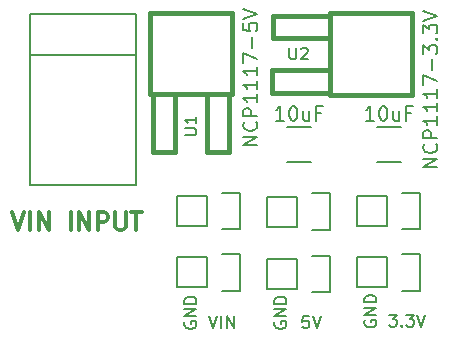
<source format=gto>
G04 #@! TF.FileFunction,Legend,Top*
%FSLAX46Y46*%
G04 Gerber Fmt 4.6, Leading zero omitted, Abs format (unit mm)*
G04 Created by KiCad (PCBNEW 4.0.1-3.201512221402+6198~38~ubuntu14.04.1-stable) date Sat 30 Jul 2016 07:40:51 PM PDT*
%MOMM*%
G01*
G04 APERTURE LIST*
%ADD10C,0.100000*%
%ADD11C,0.200000*%
%ADD12C,0.300000*%
%ADD13C,0.203200*%
%ADD14C,0.150000*%
%ADD15C,0.381000*%
G04 APERTURE END LIST*
D10*
D11*
X130082857Y-96081142D02*
X128882857Y-96081142D01*
X130082857Y-95395427D01*
X128882857Y-95395427D01*
X129968571Y-94138284D02*
X130025714Y-94195427D01*
X130082857Y-94366856D01*
X130082857Y-94481142D01*
X130025714Y-94652570D01*
X129911429Y-94766856D01*
X129797143Y-94823999D01*
X129568571Y-94881142D01*
X129397143Y-94881142D01*
X129168571Y-94823999D01*
X129054286Y-94766856D01*
X128940000Y-94652570D01*
X128882857Y-94481142D01*
X128882857Y-94366856D01*
X128940000Y-94195427D01*
X128997143Y-94138284D01*
X130082857Y-93623999D02*
X128882857Y-93623999D01*
X128882857Y-93166856D01*
X128940000Y-93052570D01*
X128997143Y-92995427D01*
X129111429Y-92938284D01*
X129282857Y-92938284D01*
X129397143Y-92995427D01*
X129454286Y-93052570D01*
X129511429Y-93166856D01*
X129511429Y-93623999D01*
X130082857Y-91795427D02*
X130082857Y-92481142D01*
X130082857Y-92138284D02*
X128882857Y-92138284D01*
X129054286Y-92252570D01*
X129168571Y-92366856D01*
X129225714Y-92481142D01*
X130082857Y-90652570D02*
X130082857Y-91338285D01*
X130082857Y-90995427D02*
X128882857Y-90995427D01*
X129054286Y-91109713D01*
X129168571Y-91223999D01*
X129225714Y-91338285D01*
X130082857Y-89509713D02*
X130082857Y-90195428D01*
X130082857Y-89852570D02*
X128882857Y-89852570D01*
X129054286Y-89966856D01*
X129168571Y-90081142D01*
X129225714Y-90195428D01*
X128882857Y-89109713D02*
X128882857Y-88309713D01*
X130082857Y-88823999D01*
X129625714Y-87852571D02*
X129625714Y-86938285D01*
X128882857Y-85795428D02*
X128882857Y-86366857D01*
X129454286Y-86424000D01*
X129397143Y-86366857D01*
X129340000Y-86252571D01*
X129340000Y-85966857D01*
X129397143Y-85852571D01*
X129454286Y-85795428D01*
X129568571Y-85738285D01*
X129854286Y-85738285D01*
X129968571Y-85795428D01*
X130025714Y-85852571D01*
X130082857Y-85966857D01*
X130082857Y-86252571D01*
X130025714Y-86366857D01*
X129968571Y-86424000D01*
X128882857Y-85395428D02*
X130082857Y-84995428D01*
X128882857Y-84595428D01*
X145322857Y-97954285D02*
X144122857Y-97954285D01*
X145322857Y-97268570D01*
X144122857Y-97268570D01*
X145208571Y-96011427D02*
X145265714Y-96068570D01*
X145322857Y-96239999D01*
X145322857Y-96354285D01*
X145265714Y-96525713D01*
X145151429Y-96639999D01*
X145037143Y-96697142D01*
X144808571Y-96754285D01*
X144637143Y-96754285D01*
X144408571Y-96697142D01*
X144294286Y-96639999D01*
X144180000Y-96525713D01*
X144122857Y-96354285D01*
X144122857Y-96239999D01*
X144180000Y-96068570D01*
X144237143Y-96011427D01*
X145322857Y-95497142D02*
X144122857Y-95497142D01*
X144122857Y-95039999D01*
X144180000Y-94925713D01*
X144237143Y-94868570D01*
X144351429Y-94811427D01*
X144522857Y-94811427D01*
X144637143Y-94868570D01*
X144694286Y-94925713D01*
X144751429Y-95039999D01*
X144751429Y-95497142D01*
X145322857Y-93668570D02*
X145322857Y-94354285D01*
X145322857Y-94011427D02*
X144122857Y-94011427D01*
X144294286Y-94125713D01*
X144408571Y-94239999D01*
X144465714Y-94354285D01*
X145322857Y-92525713D02*
X145322857Y-93211428D01*
X145322857Y-92868570D02*
X144122857Y-92868570D01*
X144294286Y-92982856D01*
X144408571Y-93097142D01*
X144465714Y-93211428D01*
X145322857Y-91382856D02*
X145322857Y-92068571D01*
X145322857Y-91725713D02*
X144122857Y-91725713D01*
X144294286Y-91839999D01*
X144408571Y-91954285D01*
X144465714Y-92068571D01*
X144122857Y-90982856D02*
X144122857Y-90182856D01*
X145322857Y-90697142D01*
X144865714Y-89725714D02*
X144865714Y-88811428D01*
X144122857Y-88354285D02*
X144122857Y-87611428D01*
X144580000Y-88011428D01*
X144580000Y-87840000D01*
X144637143Y-87725714D01*
X144694286Y-87668571D01*
X144808571Y-87611428D01*
X145094286Y-87611428D01*
X145208571Y-87668571D01*
X145265714Y-87725714D01*
X145322857Y-87840000D01*
X145322857Y-88182857D01*
X145265714Y-88297143D01*
X145208571Y-88354285D01*
X145208571Y-87097143D02*
X145265714Y-87040000D01*
X145322857Y-87097143D01*
X145265714Y-87154286D01*
X145208571Y-87097143D01*
X145322857Y-87097143D01*
X144122857Y-86639999D02*
X144122857Y-85897142D01*
X144580000Y-86297142D01*
X144580000Y-86125714D01*
X144637143Y-86011428D01*
X144694286Y-85954285D01*
X144808571Y-85897142D01*
X145094286Y-85897142D01*
X145208571Y-85954285D01*
X145265714Y-86011428D01*
X145322857Y-86125714D01*
X145322857Y-86468571D01*
X145265714Y-86582857D01*
X145208571Y-86639999D01*
X144122857Y-85554285D02*
X145322857Y-85154285D01*
X144122857Y-84754285D01*
X139938287Y-94014857D02*
X139252572Y-94014857D01*
X139595430Y-94014857D02*
X139595430Y-92814857D01*
X139481144Y-92986286D01*
X139366858Y-93100571D01*
X139252572Y-93157714D01*
X140681144Y-92814857D02*
X140795429Y-92814857D01*
X140909715Y-92872000D01*
X140966858Y-92929143D01*
X141024001Y-93043429D01*
X141081144Y-93272000D01*
X141081144Y-93557714D01*
X141024001Y-93786286D01*
X140966858Y-93900571D01*
X140909715Y-93957714D01*
X140795429Y-94014857D01*
X140681144Y-94014857D01*
X140566858Y-93957714D01*
X140509715Y-93900571D01*
X140452572Y-93786286D01*
X140395429Y-93557714D01*
X140395429Y-93272000D01*
X140452572Y-93043429D01*
X140509715Y-92929143D01*
X140566858Y-92872000D01*
X140681144Y-92814857D01*
X142109715Y-93214857D02*
X142109715Y-94014857D01*
X141595429Y-93214857D02*
X141595429Y-93843429D01*
X141652572Y-93957714D01*
X141766858Y-94014857D01*
X141938286Y-94014857D01*
X142052572Y-93957714D01*
X142109715Y-93900571D01*
X143081143Y-93386286D02*
X142681143Y-93386286D01*
X142681143Y-94014857D02*
X142681143Y-92814857D01*
X143252572Y-92814857D01*
X132318287Y-94014857D02*
X131632572Y-94014857D01*
X131975430Y-94014857D02*
X131975430Y-92814857D01*
X131861144Y-92986286D01*
X131746858Y-93100571D01*
X131632572Y-93157714D01*
X133061144Y-92814857D02*
X133175429Y-92814857D01*
X133289715Y-92872000D01*
X133346858Y-92929143D01*
X133404001Y-93043429D01*
X133461144Y-93272000D01*
X133461144Y-93557714D01*
X133404001Y-93786286D01*
X133346858Y-93900571D01*
X133289715Y-93957714D01*
X133175429Y-94014857D01*
X133061144Y-94014857D01*
X132946858Y-93957714D01*
X132889715Y-93900571D01*
X132832572Y-93786286D01*
X132775429Y-93557714D01*
X132775429Y-93272000D01*
X132832572Y-93043429D01*
X132889715Y-92929143D01*
X132946858Y-92872000D01*
X133061144Y-92814857D01*
X134489715Y-93214857D02*
X134489715Y-94014857D01*
X133975429Y-93214857D02*
X133975429Y-93843429D01*
X134032572Y-93957714D01*
X134146858Y-94014857D01*
X134318286Y-94014857D01*
X134432572Y-93957714D01*
X134489715Y-93900571D01*
X135461143Y-93386286D02*
X135061143Y-93386286D01*
X135061143Y-94014857D02*
X135061143Y-92814857D01*
X135632572Y-92814857D01*
D12*
X109343714Y-101794571D02*
X109843714Y-103294571D01*
X110343714Y-101794571D01*
X110843714Y-103294571D02*
X110843714Y-101794571D01*
X111558000Y-103294571D02*
X111558000Y-101794571D01*
X112415143Y-103294571D01*
X112415143Y-101794571D01*
X114272286Y-103294571D02*
X114272286Y-101794571D01*
X114986572Y-103294571D02*
X114986572Y-101794571D01*
X115843715Y-103294571D01*
X115843715Y-101794571D01*
X116558001Y-103294571D02*
X116558001Y-101794571D01*
X117129429Y-101794571D01*
X117272287Y-101866000D01*
X117343715Y-101937429D01*
X117415144Y-102080286D01*
X117415144Y-102294571D01*
X117343715Y-102437429D01*
X117272287Y-102508857D01*
X117129429Y-102580286D01*
X116558001Y-102580286D01*
X118058001Y-101794571D02*
X118058001Y-103008857D01*
X118129429Y-103151714D01*
X118200858Y-103223143D01*
X118343715Y-103294571D01*
X118629429Y-103294571D01*
X118772287Y-103223143D01*
X118843715Y-103151714D01*
X118915144Y-103008857D01*
X118915144Y-101794571D01*
X119415144Y-101794571D02*
X120272287Y-101794571D01*
X119843716Y-103294571D02*
X119843716Y-101794571D01*
D13*
X134426476Y-110568619D02*
X133942667Y-110568619D01*
X133894286Y-111052429D01*
X133942667Y-111004048D01*
X134039429Y-110955667D01*
X134281333Y-110955667D01*
X134378095Y-111004048D01*
X134426476Y-111052429D01*
X134474857Y-111149190D01*
X134474857Y-111391095D01*
X134426476Y-111487857D01*
X134378095Y-111536238D01*
X134281333Y-111584619D01*
X134039429Y-111584619D01*
X133942667Y-111536238D01*
X133894286Y-111487857D01*
X134765143Y-110568619D02*
X135103810Y-111584619D01*
X135442476Y-110568619D01*
X131572000Y-111062105D02*
X131523619Y-111158867D01*
X131523619Y-111304010D01*
X131572000Y-111449152D01*
X131668762Y-111545914D01*
X131765524Y-111594295D01*
X131959048Y-111642676D01*
X132104190Y-111642676D01*
X132297714Y-111594295D01*
X132394476Y-111545914D01*
X132491238Y-111449152D01*
X132539619Y-111304010D01*
X132539619Y-111207248D01*
X132491238Y-111062105D01*
X132442857Y-111013724D01*
X132104190Y-111013724D01*
X132104190Y-111207248D01*
X132539619Y-110578295D02*
X131523619Y-110578295D01*
X132539619Y-109997724D01*
X131523619Y-109997724D01*
X132539619Y-109513914D02*
X131523619Y-109513914D01*
X131523619Y-109272009D01*
X131572000Y-109126867D01*
X131668762Y-109030105D01*
X131765524Y-108981724D01*
X131959048Y-108933343D01*
X132104190Y-108933343D01*
X132297714Y-108981724D01*
X132394476Y-109030105D01*
X132491238Y-109126867D01*
X132539619Y-109272009D01*
X132539619Y-109513914D01*
X139192000Y-110935105D02*
X139143619Y-111031867D01*
X139143619Y-111177010D01*
X139192000Y-111322152D01*
X139288762Y-111418914D01*
X139385524Y-111467295D01*
X139579048Y-111515676D01*
X139724190Y-111515676D01*
X139917714Y-111467295D01*
X140014476Y-111418914D01*
X140111238Y-111322152D01*
X140159619Y-111177010D01*
X140159619Y-111080248D01*
X140111238Y-110935105D01*
X140062857Y-110886724D01*
X139724190Y-110886724D01*
X139724190Y-111080248D01*
X140159619Y-110451295D02*
X139143619Y-110451295D01*
X140159619Y-109870724D01*
X139143619Y-109870724D01*
X140159619Y-109386914D02*
X139143619Y-109386914D01*
X139143619Y-109145009D01*
X139192000Y-108999867D01*
X139288762Y-108903105D01*
X139385524Y-108854724D01*
X139579048Y-108806343D01*
X139724190Y-108806343D01*
X139917714Y-108854724D01*
X140014476Y-108903105D01*
X140111238Y-108999867D01*
X140159619Y-109145009D01*
X140159619Y-109386914D01*
X141248191Y-110441619D02*
X141877143Y-110441619D01*
X141538477Y-110828667D01*
X141683619Y-110828667D01*
X141780381Y-110877048D01*
X141828762Y-110925429D01*
X141877143Y-111022190D01*
X141877143Y-111264095D01*
X141828762Y-111360857D01*
X141780381Y-111409238D01*
X141683619Y-111457619D01*
X141393334Y-111457619D01*
X141296572Y-111409238D01*
X141248191Y-111360857D01*
X142312572Y-111360857D02*
X142360953Y-111409238D01*
X142312572Y-111457619D01*
X142264191Y-111409238D01*
X142312572Y-111360857D01*
X142312572Y-111457619D01*
X142699620Y-110441619D02*
X143328572Y-110441619D01*
X142989906Y-110828667D01*
X143135048Y-110828667D01*
X143231810Y-110877048D01*
X143280191Y-110925429D01*
X143328572Y-111022190D01*
X143328572Y-111264095D01*
X143280191Y-111360857D01*
X143231810Y-111409238D01*
X143135048Y-111457619D01*
X142844763Y-111457619D01*
X142748001Y-111409238D01*
X142699620Y-111360857D01*
X143618858Y-110441619D02*
X143957525Y-111457619D01*
X144296191Y-110441619D01*
X126014238Y-110568619D02*
X126352905Y-111584619D01*
X126691571Y-110568619D01*
X127030238Y-111584619D02*
X127030238Y-110568619D01*
X127514048Y-111584619D02*
X127514048Y-110568619D01*
X128094619Y-111584619D01*
X128094619Y-110568619D01*
X123952000Y-111062105D02*
X123903619Y-111158867D01*
X123903619Y-111304010D01*
X123952000Y-111449152D01*
X124048762Y-111545914D01*
X124145524Y-111594295D01*
X124339048Y-111642676D01*
X124484190Y-111642676D01*
X124677714Y-111594295D01*
X124774476Y-111545914D01*
X124871238Y-111449152D01*
X124919619Y-111304010D01*
X124919619Y-111207248D01*
X124871238Y-111062105D01*
X124822857Y-111013724D01*
X124484190Y-111013724D01*
X124484190Y-111207248D01*
X124919619Y-110578295D02*
X123903619Y-110578295D01*
X124919619Y-109997724D01*
X123903619Y-109997724D01*
X124919619Y-109513914D02*
X123903619Y-109513914D01*
X123903619Y-109272009D01*
X123952000Y-109126867D01*
X124048762Y-109030105D01*
X124145524Y-108981724D01*
X124339048Y-108933343D01*
X124484190Y-108933343D01*
X124677714Y-108981724D01*
X124774476Y-109030105D01*
X124871238Y-109126867D01*
X124919619Y-109272009D01*
X124919619Y-109513914D01*
D14*
X119816880Y-88455500D02*
X110815120Y-88455500D01*
X119816880Y-84955380D02*
X110815120Y-84955380D01*
X110815120Y-84955380D02*
X110815120Y-99456240D01*
X110815120Y-99456240D02*
X119816880Y-99456240D01*
X119816880Y-99456240D02*
X119816880Y-84955380D01*
X132628000Y-97487000D02*
X134628000Y-97487000D01*
X134628000Y-94537000D02*
X132628000Y-94537000D01*
X133413500Y-102997000D02*
X130873500Y-102997000D01*
X136233500Y-103277000D02*
X134683500Y-103277000D01*
X133413500Y-102997000D02*
X133413500Y-100457000D01*
X134683500Y-100177000D02*
X136233500Y-100177000D01*
X136233500Y-100177000D02*
X136233500Y-103277000D01*
X133413500Y-100457000D02*
X130873500Y-100457000D01*
X130873500Y-100457000D02*
X130873500Y-102997000D01*
X133413500Y-108267500D02*
X130873500Y-108267500D01*
X136233500Y-108547500D02*
X134683500Y-108547500D01*
X133413500Y-108267500D02*
X133413500Y-105727500D01*
X134683500Y-105447500D02*
X136233500Y-105447500D01*
X136233500Y-105447500D02*
X136233500Y-108547500D01*
X133413500Y-105727500D02*
X130873500Y-105727500D01*
X130873500Y-105727500D02*
X130873500Y-108267500D01*
X141033500Y-102933500D02*
X138493500Y-102933500D01*
X143853500Y-103213500D02*
X142303500Y-103213500D01*
X141033500Y-102933500D02*
X141033500Y-100393500D01*
X142303500Y-100113500D02*
X143853500Y-100113500D01*
X143853500Y-100113500D02*
X143853500Y-103213500D01*
X141033500Y-100393500D02*
X138493500Y-100393500D01*
X138493500Y-100393500D02*
X138493500Y-102933500D01*
X125793500Y-102933500D02*
X123253500Y-102933500D01*
X128613500Y-103213500D02*
X127063500Y-103213500D01*
X125793500Y-102933500D02*
X125793500Y-100393500D01*
X127063500Y-100113500D02*
X128613500Y-100113500D01*
X128613500Y-100113500D02*
X128613500Y-103213500D01*
X125793500Y-100393500D02*
X123253500Y-100393500D01*
X123253500Y-100393500D02*
X123253500Y-102933500D01*
X141033500Y-108140500D02*
X138493500Y-108140500D01*
X143853500Y-108420500D02*
X142303500Y-108420500D01*
X141033500Y-108140500D02*
X141033500Y-105600500D01*
X142303500Y-105320500D02*
X143853500Y-105320500D01*
X143853500Y-105320500D02*
X143853500Y-108420500D01*
X141033500Y-105600500D02*
X138493500Y-105600500D01*
X138493500Y-105600500D02*
X138493500Y-108140500D01*
X125793500Y-108140500D02*
X123253500Y-108140500D01*
X128613500Y-108420500D02*
X127063500Y-108420500D01*
X125793500Y-108140500D02*
X125793500Y-105600500D01*
X127063500Y-105320500D02*
X128613500Y-105320500D01*
X128613500Y-105320500D02*
X128613500Y-108420500D01*
X125793500Y-105600500D02*
X123253500Y-105600500D01*
X123253500Y-105600500D02*
X123253500Y-108140500D01*
D15*
X125808740Y-96695260D02*
X125808740Y-91795600D01*
X125808740Y-96695260D02*
X127711200Y-96695260D01*
X127711200Y-96695260D02*
X127711200Y-91795600D01*
X121208800Y-96647000D02*
X121208800Y-91795600D01*
X121208800Y-96647000D02*
X123111260Y-96647000D01*
X123111260Y-96647000D02*
X123111260Y-91795600D01*
X121010680Y-84896960D02*
X127909320Y-84896960D01*
X127909320Y-84896960D02*
X127909320Y-91795600D01*
X127909320Y-91795600D02*
X121010680Y-91795600D01*
X121010680Y-91795600D02*
X121010680Y-84896960D01*
X131351020Y-89740740D02*
X136250680Y-89740740D01*
X131351020Y-89740740D02*
X131351020Y-91643200D01*
X131351020Y-91643200D02*
X136250680Y-91643200D01*
X131399280Y-85140800D02*
X136250680Y-85140800D01*
X131399280Y-85140800D02*
X131399280Y-87043260D01*
X131399280Y-87043260D02*
X136250680Y-87043260D01*
X143149320Y-84942680D02*
X143149320Y-91841320D01*
X143149320Y-91841320D02*
X136250680Y-91841320D01*
X136250680Y-91841320D02*
X136250680Y-84942680D01*
X136250680Y-84942680D02*
X143149320Y-84942680D01*
D14*
X140200000Y-97487000D02*
X142200000Y-97487000D01*
X142200000Y-94537000D02*
X140200000Y-94537000D01*
X123912381Y-95249905D02*
X124721905Y-95249905D01*
X124817143Y-95202286D01*
X124864762Y-95154667D01*
X124912381Y-95059429D01*
X124912381Y-94868952D01*
X124864762Y-94773714D01*
X124817143Y-94726095D01*
X124721905Y-94678476D01*
X123912381Y-94678476D01*
X124912381Y-93678476D02*
X124912381Y-94249905D01*
X124912381Y-93964191D02*
X123912381Y-93964191D01*
X124055238Y-94059429D01*
X124150476Y-94154667D01*
X124198095Y-94249905D01*
X132796375Y-87844381D02*
X132796375Y-88653905D01*
X132843994Y-88749143D01*
X132891613Y-88796762D01*
X132986851Y-88844381D01*
X133177328Y-88844381D01*
X133272566Y-88796762D01*
X133320185Y-88749143D01*
X133367804Y-88653905D01*
X133367804Y-87844381D01*
X133796375Y-87939619D02*
X133843994Y-87892000D01*
X133939232Y-87844381D01*
X134177328Y-87844381D01*
X134272566Y-87892000D01*
X134320185Y-87939619D01*
X134367804Y-88034857D01*
X134367804Y-88130095D01*
X134320185Y-88272952D01*
X133748756Y-88844381D01*
X134367804Y-88844381D01*
M02*

</source>
